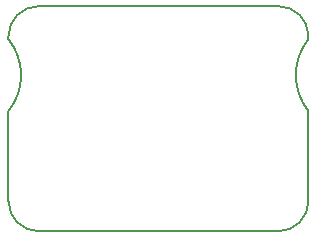
<source format=gm1>
G04 #@! TF.GenerationSoftware,KiCad,Pcbnew,(5.0.0-rc2-dev-222-g3b0a758)*
G04 #@! TF.CreationDate,2018-06-01T00:26:23+02:00*
G04 #@! TF.ProjectId,BelgradeShittyAddonAdapter,42656C67726164655368697474794164,rev?*
G04 #@! TF.SameCoordinates,Original*
G04 #@! TF.FileFunction,Profile,NP*
%FSLAX46Y46*%
G04 Gerber Fmt 4.6, Leading zero omitted, Abs format (unit mm)*
G04 Created by KiCad (PCBNEW (5.0.0-rc2-dev-222-g3b0a758)) date Friday, 01 June 2018 at 00:26:23*
%MOMM*%
%LPD*%
G01*
G04 APERTURE LIST*
%ADD10C,0.150000*%
%ADD11C,0.200000*%
G04 APERTURE END LIST*
D10*
X104140000Y-72390000D02*
X104140000Y-72644000D01*
X104140000Y-78739998D02*
G75*
G02X104140000Y-72644000I3809999J3047999D01*
G01*
X78740000Y-72390000D02*
X78740000Y-72644000D01*
X78739999Y-72644001D02*
G75*
G02X78739999Y-78739999I-3809999J-3047999D01*
G01*
X101600000Y-69850000D02*
G75*
G02X104140000Y-72390000I0J-2540000D01*
G01*
X81280000Y-69850000D02*
X101600000Y-69850000D01*
X78740000Y-72390000D02*
G75*
G02X81280000Y-69850000I2540000J0D01*
G01*
X78740000Y-86360000D02*
X78740000Y-78740000D01*
X104140000Y-86360000D02*
X104140000Y-78740000D01*
X81280000Y-88900000D02*
X101600000Y-88900000D01*
X81280000Y-88900000D02*
G75*
G02X78740000Y-86360000I0J2540000D01*
G01*
D11*
X104140000Y-86360000D02*
G75*
G02X101600000Y-88900000I-2540000J0D01*
G01*
M02*

</source>
